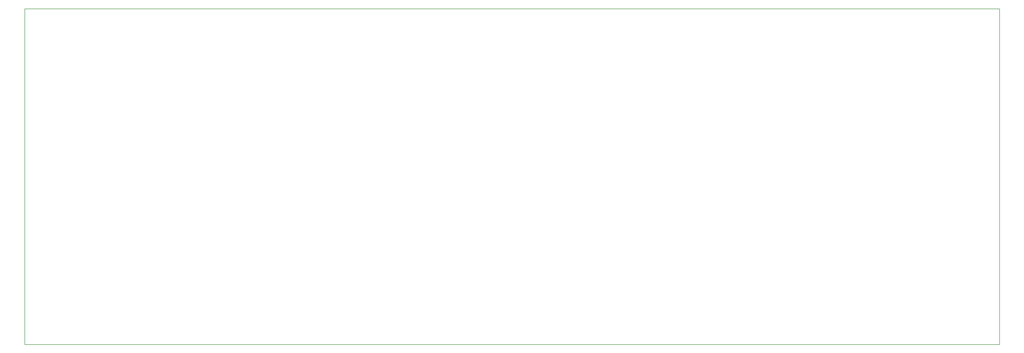
<source format=gm1>
G04 #@! TF.GenerationSoftware,KiCad,Pcbnew,(5.1.9)-1*
G04 #@! TF.CreationDate,2021-01-28T11:08:43-05:00*
G04 #@! TF.ProjectId,Controller,436f6e74-726f-46c6-9c65-722e6b696361,rev?*
G04 #@! TF.SameCoordinates,Original*
G04 #@! TF.FileFunction,Profile,NP*
%FSLAX46Y46*%
G04 Gerber Fmt 4.6, Leading zero omitted, Abs format (unit mm)*
G04 Created by KiCad (PCBNEW (5.1.9)-1) date 2021-01-28 11:08:43*
%MOMM*%
%LPD*%
G01*
G04 APERTURE LIST*
G04 #@! TA.AperFunction,Profile*
%ADD10C,0.050000*%
G04 #@! TD*
G04 APERTURE END LIST*
D10*
X227200000Y-20000000D02*
X227200000Y-82500000D01*
X46000000Y-82500000D02*
X227200000Y-82500000D01*
X46000000Y-20000000D02*
X46000000Y-82500000D01*
X46000000Y-20000000D02*
X227200000Y-20000000D01*
M02*

</source>
